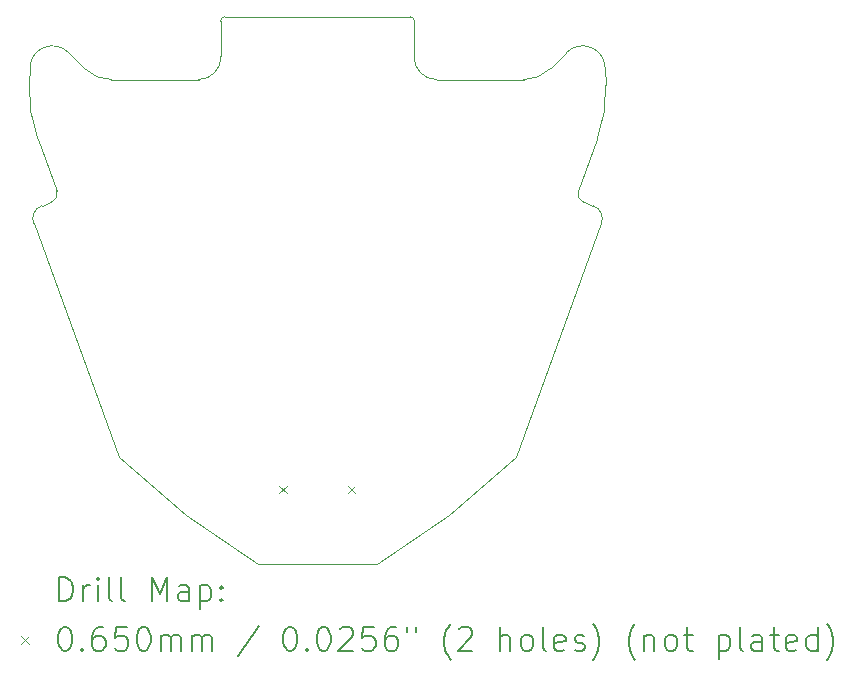
<source format=gbr>
%TF.GenerationSoftware,KiCad,Pcbnew,8.0.3*%
%TF.CreationDate,2024-07-12T18:14:54+02:00*%
%TF.ProjectId,Shard,53686172-642e-46b6-9963-61645f706362,rev?*%
%TF.SameCoordinates,Original*%
%TF.FileFunction,Drillmap*%
%TF.FilePolarity,Positive*%
%FSLAX45Y45*%
G04 Gerber Fmt 4.5, Leading zero omitted, Abs format (unit mm)*
G04 Created by KiCad (PCBNEW 8.0.3) date 2024-07-12 18:14:54*
%MOMM*%
%LPD*%
G01*
G04 APERTURE LIST*
%ADD10C,0.100000*%
%ADD11C,0.200000*%
G04 APERTURE END LIST*
D10*
X12288599Y-7847610D02*
G75*
G02*
X12612846Y-7720679I189861J-7390D01*
G01*
X15839833Y-11636801D02*
X16406617Y-11145588D01*
X17059001Y-9019927D02*
X16976746Y-8989987D01*
X13904953Y-7755227D02*
G75*
G02*
X13715905Y-7950803I-189923J-5573D01*
G01*
X15504953Y-7418801D02*
X14722708Y-7418801D01*
X17162629Y-7996983D02*
G75*
G02*
X17091343Y-8452911I-1196079J-46527D01*
G01*
X15991833Y-7950801D02*
X15730383Y-7950801D01*
X15542948Y-7457426D02*
X15542950Y-7457426D01*
X12976693Y-7950801D02*
X13453584Y-7950801D01*
X16931539Y-8891963D02*
X17091344Y-8452911D01*
X13038800Y-11145588D02*
X12353214Y-9261990D01*
X12354075Y-8452918D02*
G75*
G02*
X12282847Y-7995425I1124885J409428D01*
G01*
X12747663Y-7855565D02*
X12612847Y-7720678D01*
X13453584Y-7950801D02*
X13715905Y-7950801D01*
X17162629Y-7996983D02*
X17156818Y-7847601D01*
X14094953Y-7418801D02*
X14729429Y-7418801D01*
X16468726Y-7950801D02*
X15991833Y-7950801D01*
X17059001Y-9019927D02*
G75*
G02*
X17127121Y-9166037I-38991J-107114D01*
G01*
X16406617Y-11145588D02*
X17092203Y-9261990D01*
X13605584Y-11636801D02*
X13038800Y-11145588D01*
X12353214Y-9261990D02*
X12318292Y-9166045D01*
X12976693Y-7950801D02*
G75*
G02*
X12747663Y-7855565I-3J323002D01*
G01*
X14220000Y-12050000D02*
X13605584Y-11636801D01*
X12318292Y-9166045D02*
G75*
G02*
X12386878Y-9019758I107128J38995D01*
G01*
X13904953Y-7755227D02*
X13904953Y-7608801D01*
X16976746Y-8989987D02*
G75*
G02*
X16931535Y-8891962I25995J71427D01*
G01*
X14094953Y-7418801D02*
X13940201Y-7418801D01*
X12514102Y-8892580D02*
X12354075Y-8452918D01*
X12386878Y-9019758D02*
X12468678Y-8989985D01*
X12282848Y-7995425D02*
X12288599Y-7847610D01*
X16832579Y-7720668D02*
G75*
G02*
X17156811Y-7847602I134381J-134312D01*
G01*
X15542950Y-7457426D02*
X15540464Y-7608801D01*
X15225417Y-12050000D02*
X15839833Y-11636801D01*
X15504953Y-7418801D02*
G75*
G02*
X15542943Y-7457425I-3J-37999D01*
G01*
X15540464Y-7755268D02*
X15540464Y-7608801D01*
X15730383Y-7950801D02*
G75*
G02*
X15540459Y-7755268I-3J190002D01*
G01*
X12514102Y-8892580D02*
G75*
G02*
X12468677Y-8989983I-71413J-25990D01*
G01*
X13902467Y-7457426D02*
X13904953Y-7608801D01*
X14220000Y-12050000D02*
X15225417Y-12050000D01*
X16697180Y-7856139D02*
G75*
G02*
X16468726Y-7950798I-228450J228339D01*
G01*
X14729429Y-7418801D02*
X14722708Y-7418801D01*
X13902467Y-7457426D02*
G75*
G02*
X13940201Y-7418803I37993J626D01*
G01*
X16697180Y-7856139D02*
X16832579Y-7720668D01*
X17092203Y-9261990D02*
X17127127Y-9166039D01*
D11*
D10*
X14399500Y-11390000D02*
X14464500Y-11455000D01*
X14464500Y-11390000D02*
X14399500Y-11455000D01*
X14977500Y-11390000D02*
X15042500Y-11455000D01*
X15042500Y-11390000D02*
X14977500Y-11455000D01*
D11*
X12537658Y-12366484D02*
X12537658Y-12166484D01*
X12537658Y-12166484D02*
X12585277Y-12166484D01*
X12585277Y-12166484D02*
X12613849Y-12176008D01*
X12613849Y-12176008D02*
X12632896Y-12195055D01*
X12632896Y-12195055D02*
X12642420Y-12214103D01*
X12642420Y-12214103D02*
X12651944Y-12252198D01*
X12651944Y-12252198D02*
X12651944Y-12280769D01*
X12651944Y-12280769D02*
X12642420Y-12318865D01*
X12642420Y-12318865D02*
X12632896Y-12337912D01*
X12632896Y-12337912D02*
X12613849Y-12356960D01*
X12613849Y-12356960D02*
X12585277Y-12366484D01*
X12585277Y-12366484D02*
X12537658Y-12366484D01*
X12737658Y-12366484D02*
X12737658Y-12233150D01*
X12737658Y-12271246D02*
X12747182Y-12252198D01*
X12747182Y-12252198D02*
X12756706Y-12242674D01*
X12756706Y-12242674D02*
X12775753Y-12233150D01*
X12775753Y-12233150D02*
X12794801Y-12233150D01*
X12861468Y-12366484D02*
X12861468Y-12233150D01*
X12861468Y-12166484D02*
X12851944Y-12176008D01*
X12851944Y-12176008D02*
X12861468Y-12185531D01*
X12861468Y-12185531D02*
X12870991Y-12176008D01*
X12870991Y-12176008D02*
X12861468Y-12166484D01*
X12861468Y-12166484D02*
X12861468Y-12185531D01*
X12985277Y-12366484D02*
X12966229Y-12356960D01*
X12966229Y-12356960D02*
X12956706Y-12337912D01*
X12956706Y-12337912D02*
X12956706Y-12166484D01*
X13090039Y-12366484D02*
X13070991Y-12356960D01*
X13070991Y-12356960D02*
X13061468Y-12337912D01*
X13061468Y-12337912D02*
X13061468Y-12166484D01*
X13318610Y-12366484D02*
X13318610Y-12166484D01*
X13318610Y-12166484D02*
X13385277Y-12309341D01*
X13385277Y-12309341D02*
X13451944Y-12166484D01*
X13451944Y-12166484D02*
X13451944Y-12366484D01*
X13632896Y-12366484D02*
X13632896Y-12261722D01*
X13632896Y-12261722D02*
X13623372Y-12242674D01*
X13623372Y-12242674D02*
X13604325Y-12233150D01*
X13604325Y-12233150D02*
X13566229Y-12233150D01*
X13566229Y-12233150D02*
X13547182Y-12242674D01*
X13632896Y-12356960D02*
X13613849Y-12366484D01*
X13613849Y-12366484D02*
X13566229Y-12366484D01*
X13566229Y-12366484D02*
X13547182Y-12356960D01*
X13547182Y-12356960D02*
X13537658Y-12337912D01*
X13537658Y-12337912D02*
X13537658Y-12318865D01*
X13537658Y-12318865D02*
X13547182Y-12299817D01*
X13547182Y-12299817D02*
X13566229Y-12290293D01*
X13566229Y-12290293D02*
X13613849Y-12290293D01*
X13613849Y-12290293D02*
X13632896Y-12280769D01*
X13728134Y-12233150D02*
X13728134Y-12433150D01*
X13728134Y-12242674D02*
X13747182Y-12233150D01*
X13747182Y-12233150D02*
X13785277Y-12233150D01*
X13785277Y-12233150D02*
X13804325Y-12242674D01*
X13804325Y-12242674D02*
X13813849Y-12252198D01*
X13813849Y-12252198D02*
X13823372Y-12271246D01*
X13823372Y-12271246D02*
X13823372Y-12328388D01*
X13823372Y-12328388D02*
X13813849Y-12347436D01*
X13813849Y-12347436D02*
X13804325Y-12356960D01*
X13804325Y-12356960D02*
X13785277Y-12366484D01*
X13785277Y-12366484D02*
X13747182Y-12366484D01*
X13747182Y-12366484D02*
X13728134Y-12356960D01*
X13909087Y-12347436D02*
X13918610Y-12356960D01*
X13918610Y-12356960D02*
X13909087Y-12366484D01*
X13909087Y-12366484D02*
X13899563Y-12356960D01*
X13899563Y-12356960D02*
X13909087Y-12347436D01*
X13909087Y-12347436D02*
X13909087Y-12366484D01*
X13909087Y-12242674D02*
X13918610Y-12252198D01*
X13918610Y-12252198D02*
X13909087Y-12261722D01*
X13909087Y-12261722D02*
X13899563Y-12252198D01*
X13899563Y-12252198D02*
X13909087Y-12242674D01*
X13909087Y-12242674D02*
X13909087Y-12261722D01*
D10*
X12211881Y-12662500D02*
X12276881Y-12727500D01*
X12276881Y-12662500D02*
X12211881Y-12727500D01*
D11*
X12575753Y-12586484D02*
X12594801Y-12586484D01*
X12594801Y-12586484D02*
X12613849Y-12596008D01*
X12613849Y-12596008D02*
X12623372Y-12605531D01*
X12623372Y-12605531D02*
X12632896Y-12624579D01*
X12632896Y-12624579D02*
X12642420Y-12662674D01*
X12642420Y-12662674D02*
X12642420Y-12710293D01*
X12642420Y-12710293D02*
X12632896Y-12748388D01*
X12632896Y-12748388D02*
X12623372Y-12767436D01*
X12623372Y-12767436D02*
X12613849Y-12776960D01*
X12613849Y-12776960D02*
X12594801Y-12786484D01*
X12594801Y-12786484D02*
X12575753Y-12786484D01*
X12575753Y-12786484D02*
X12556706Y-12776960D01*
X12556706Y-12776960D02*
X12547182Y-12767436D01*
X12547182Y-12767436D02*
X12537658Y-12748388D01*
X12537658Y-12748388D02*
X12528134Y-12710293D01*
X12528134Y-12710293D02*
X12528134Y-12662674D01*
X12528134Y-12662674D02*
X12537658Y-12624579D01*
X12537658Y-12624579D02*
X12547182Y-12605531D01*
X12547182Y-12605531D02*
X12556706Y-12596008D01*
X12556706Y-12596008D02*
X12575753Y-12586484D01*
X12728134Y-12767436D02*
X12737658Y-12776960D01*
X12737658Y-12776960D02*
X12728134Y-12786484D01*
X12728134Y-12786484D02*
X12718610Y-12776960D01*
X12718610Y-12776960D02*
X12728134Y-12767436D01*
X12728134Y-12767436D02*
X12728134Y-12786484D01*
X12909087Y-12586484D02*
X12870991Y-12586484D01*
X12870991Y-12586484D02*
X12851944Y-12596008D01*
X12851944Y-12596008D02*
X12842420Y-12605531D01*
X12842420Y-12605531D02*
X12823372Y-12634103D01*
X12823372Y-12634103D02*
X12813849Y-12672198D01*
X12813849Y-12672198D02*
X12813849Y-12748388D01*
X12813849Y-12748388D02*
X12823372Y-12767436D01*
X12823372Y-12767436D02*
X12832896Y-12776960D01*
X12832896Y-12776960D02*
X12851944Y-12786484D01*
X12851944Y-12786484D02*
X12890039Y-12786484D01*
X12890039Y-12786484D02*
X12909087Y-12776960D01*
X12909087Y-12776960D02*
X12918610Y-12767436D01*
X12918610Y-12767436D02*
X12928134Y-12748388D01*
X12928134Y-12748388D02*
X12928134Y-12700769D01*
X12928134Y-12700769D02*
X12918610Y-12681722D01*
X12918610Y-12681722D02*
X12909087Y-12672198D01*
X12909087Y-12672198D02*
X12890039Y-12662674D01*
X12890039Y-12662674D02*
X12851944Y-12662674D01*
X12851944Y-12662674D02*
X12832896Y-12672198D01*
X12832896Y-12672198D02*
X12823372Y-12681722D01*
X12823372Y-12681722D02*
X12813849Y-12700769D01*
X13109087Y-12586484D02*
X13013849Y-12586484D01*
X13013849Y-12586484D02*
X13004325Y-12681722D01*
X13004325Y-12681722D02*
X13013849Y-12672198D01*
X13013849Y-12672198D02*
X13032896Y-12662674D01*
X13032896Y-12662674D02*
X13080515Y-12662674D01*
X13080515Y-12662674D02*
X13099563Y-12672198D01*
X13099563Y-12672198D02*
X13109087Y-12681722D01*
X13109087Y-12681722D02*
X13118610Y-12700769D01*
X13118610Y-12700769D02*
X13118610Y-12748388D01*
X13118610Y-12748388D02*
X13109087Y-12767436D01*
X13109087Y-12767436D02*
X13099563Y-12776960D01*
X13099563Y-12776960D02*
X13080515Y-12786484D01*
X13080515Y-12786484D02*
X13032896Y-12786484D01*
X13032896Y-12786484D02*
X13013849Y-12776960D01*
X13013849Y-12776960D02*
X13004325Y-12767436D01*
X13242420Y-12586484D02*
X13261468Y-12586484D01*
X13261468Y-12586484D02*
X13280515Y-12596008D01*
X13280515Y-12596008D02*
X13290039Y-12605531D01*
X13290039Y-12605531D02*
X13299563Y-12624579D01*
X13299563Y-12624579D02*
X13309087Y-12662674D01*
X13309087Y-12662674D02*
X13309087Y-12710293D01*
X13309087Y-12710293D02*
X13299563Y-12748388D01*
X13299563Y-12748388D02*
X13290039Y-12767436D01*
X13290039Y-12767436D02*
X13280515Y-12776960D01*
X13280515Y-12776960D02*
X13261468Y-12786484D01*
X13261468Y-12786484D02*
X13242420Y-12786484D01*
X13242420Y-12786484D02*
X13223372Y-12776960D01*
X13223372Y-12776960D02*
X13213849Y-12767436D01*
X13213849Y-12767436D02*
X13204325Y-12748388D01*
X13204325Y-12748388D02*
X13194801Y-12710293D01*
X13194801Y-12710293D02*
X13194801Y-12662674D01*
X13194801Y-12662674D02*
X13204325Y-12624579D01*
X13204325Y-12624579D02*
X13213849Y-12605531D01*
X13213849Y-12605531D02*
X13223372Y-12596008D01*
X13223372Y-12596008D02*
X13242420Y-12586484D01*
X13394801Y-12786484D02*
X13394801Y-12653150D01*
X13394801Y-12672198D02*
X13404325Y-12662674D01*
X13404325Y-12662674D02*
X13423372Y-12653150D01*
X13423372Y-12653150D02*
X13451944Y-12653150D01*
X13451944Y-12653150D02*
X13470991Y-12662674D01*
X13470991Y-12662674D02*
X13480515Y-12681722D01*
X13480515Y-12681722D02*
X13480515Y-12786484D01*
X13480515Y-12681722D02*
X13490039Y-12662674D01*
X13490039Y-12662674D02*
X13509087Y-12653150D01*
X13509087Y-12653150D02*
X13537658Y-12653150D01*
X13537658Y-12653150D02*
X13556706Y-12662674D01*
X13556706Y-12662674D02*
X13566230Y-12681722D01*
X13566230Y-12681722D02*
X13566230Y-12786484D01*
X13661468Y-12786484D02*
X13661468Y-12653150D01*
X13661468Y-12672198D02*
X13670991Y-12662674D01*
X13670991Y-12662674D02*
X13690039Y-12653150D01*
X13690039Y-12653150D02*
X13718611Y-12653150D01*
X13718611Y-12653150D02*
X13737658Y-12662674D01*
X13737658Y-12662674D02*
X13747182Y-12681722D01*
X13747182Y-12681722D02*
X13747182Y-12786484D01*
X13747182Y-12681722D02*
X13756706Y-12662674D01*
X13756706Y-12662674D02*
X13775753Y-12653150D01*
X13775753Y-12653150D02*
X13804325Y-12653150D01*
X13804325Y-12653150D02*
X13823372Y-12662674D01*
X13823372Y-12662674D02*
X13832896Y-12681722D01*
X13832896Y-12681722D02*
X13832896Y-12786484D01*
X14223372Y-12576960D02*
X14051944Y-12834103D01*
X14480515Y-12586484D02*
X14499563Y-12586484D01*
X14499563Y-12586484D02*
X14518611Y-12596008D01*
X14518611Y-12596008D02*
X14528134Y-12605531D01*
X14528134Y-12605531D02*
X14537658Y-12624579D01*
X14537658Y-12624579D02*
X14547182Y-12662674D01*
X14547182Y-12662674D02*
X14547182Y-12710293D01*
X14547182Y-12710293D02*
X14537658Y-12748388D01*
X14537658Y-12748388D02*
X14528134Y-12767436D01*
X14528134Y-12767436D02*
X14518611Y-12776960D01*
X14518611Y-12776960D02*
X14499563Y-12786484D01*
X14499563Y-12786484D02*
X14480515Y-12786484D01*
X14480515Y-12786484D02*
X14461468Y-12776960D01*
X14461468Y-12776960D02*
X14451944Y-12767436D01*
X14451944Y-12767436D02*
X14442420Y-12748388D01*
X14442420Y-12748388D02*
X14432896Y-12710293D01*
X14432896Y-12710293D02*
X14432896Y-12662674D01*
X14432896Y-12662674D02*
X14442420Y-12624579D01*
X14442420Y-12624579D02*
X14451944Y-12605531D01*
X14451944Y-12605531D02*
X14461468Y-12596008D01*
X14461468Y-12596008D02*
X14480515Y-12586484D01*
X14632896Y-12767436D02*
X14642420Y-12776960D01*
X14642420Y-12776960D02*
X14632896Y-12786484D01*
X14632896Y-12786484D02*
X14623373Y-12776960D01*
X14623373Y-12776960D02*
X14632896Y-12767436D01*
X14632896Y-12767436D02*
X14632896Y-12786484D01*
X14766230Y-12586484D02*
X14785277Y-12586484D01*
X14785277Y-12586484D02*
X14804325Y-12596008D01*
X14804325Y-12596008D02*
X14813849Y-12605531D01*
X14813849Y-12605531D02*
X14823373Y-12624579D01*
X14823373Y-12624579D02*
X14832896Y-12662674D01*
X14832896Y-12662674D02*
X14832896Y-12710293D01*
X14832896Y-12710293D02*
X14823373Y-12748388D01*
X14823373Y-12748388D02*
X14813849Y-12767436D01*
X14813849Y-12767436D02*
X14804325Y-12776960D01*
X14804325Y-12776960D02*
X14785277Y-12786484D01*
X14785277Y-12786484D02*
X14766230Y-12786484D01*
X14766230Y-12786484D02*
X14747182Y-12776960D01*
X14747182Y-12776960D02*
X14737658Y-12767436D01*
X14737658Y-12767436D02*
X14728134Y-12748388D01*
X14728134Y-12748388D02*
X14718611Y-12710293D01*
X14718611Y-12710293D02*
X14718611Y-12662674D01*
X14718611Y-12662674D02*
X14728134Y-12624579D01*
X14728134Y-12624579D02*
X14737658Y-12605531D01*
X14737658Y-12605531D02*
X14747182Y-12596008D01*
X14747182Y-12596008D02*
X14766230Y-12586484D01*
X14909087Y-12605531D02*
X14918611Y-12596008D01*
X14918611Y-12596008D02*
X14937658Y-12586484D01*
X14937658Y-12586484D02*
X14985277Y-12586484D01*
X14985277Y-12586484D02*
X15004325Y-12596008D01*
X15004325Y-12596008D02*
X15013849Y-12605531D01*
X15013849Y-12605531D02*
X15023373Y-12624579D01*
X15023373Y-12624579D02*
X15023373Y-12643627D01*
X15023373Y-12643627D02*
X15013849Y-12672198D01*
X15013849Y-12672198D02*
X14899563Y-12786484D01*
X14899563Y-12786484D02*
X15023373Y-12786484D01*
X15204325Y-12586484D02*
X15109087Y-12586484D01*
X15109087Y-12586484D02*
X15099563Y-12681722D01*
X15099563Y-12681722D02*
X15109087Y-12672198D01*
X15109087Y-12672198D02*
X15128134Y-12662674D01*
X15128134Y-12662674D02*
X15175754Y-12662674D01*
X15175754Y-12662674D02*
X15194801Y-12672198D01*
X15194801Y-12672198D02*
X15204325Y-12681722D01*
X15204325Y-12681722D02*
X15213849Y-12700769D01*
X15213849Y-12700769D02*
X15213849Y-12748388D01*
X15213849Y-12748388D02*
X15204325Y-12767436D01*
X15204325Y-12767436D02*
X15194801Y-12776960D01*
X15194801Y-12776960D02*
X15175754Y-12786484D01*
X15175754Y-12786484D02*
X15128134Y-12786484D01*
X15128134Y-12786484D02*
X15109087Y-12776960D01*
X15109087Y-12776960D02*
X15099563Y-12767436D01*
X15385277Y-12586484D02*
X15347182Y-12586484D01*
X15347182Y-12586484D02*
X15328134Y-12596008D01*
X15328134Y-12596008D02*
X15318611Y-12605531D01*
X15318611Y-12605531D02*
X15299563Y-12634103D01*
X15299563Y-12634103D02*
X15290039Y-12672198D01*
X15290039Y-12672198D02*
X15290039Y-12748388D01*
X15290039Y-12748388D02*
X15299563Y-12767436D01*
X15299563Y-12767436D02*
X15309087Y-12776960D01*
X15309087Y-12776960D02*
X15328134Y-12786484D01*
X15328134Y-12786484D02*
X15366230Y-12786484D01*
X15366230Y-12786484D02*
X15385277Y-12776960D01*
X15385277Y-12776960D02*
X15394801Y-12767436D01*
X15394801Y-12767436D02*
X15404325Y-12748388D01*
X15404325Y-12748388D02*
X15404325Y-12700769D01*
X15404325Y-12700769D02*
X15394801Y-12681722D01*
X15394801Y-12681722D02*
X15385277Y-12672198D01*
X15385277Y-12672198D02*
X15366230Y-12662674D01*
X15366230Y-12662674D02*
X15328134Y-12662674D01*
X15328134Y-12662674D02*
X15309087Y-12672198D01*
X15309087Y-12672198D02*
X15299563Y-12681722D01*
X15299563Y-12681722D02*
X15290039Y-12700769D01*
X15480515Y-12586484D02*
X15480515Y-12624579D01*
X15556706Y-12586484D02*
X15556706Y-12624579D01*
X15851944Y-12862674D02*
X15842420Y-12853150D01*
X15842420Y-12853150D02*
X15823373Y-12824579D01*
X15823373Y-12824579D02*
X15813849Y-12805531D01*
X15813849Y-12805531D02*
X15804325Y-12776960D01*
X15804325Y-12776960D02*
X15794801Y-12729341D01*
X15794801Y-12729341D02*
X15794801Y-12691246D01*
X15794801Y-12691246D02*
X15804325Y-12643627D01*
X15804325Y-12643627D02*
X15813849Y-12615055D01*
X15813849Y-12615055D02*
X15823373Y-12596008D01*
X15823373Y-12596008D02*
X15842420Y-12567436D01*
X15842420Y-12567436D02*
X15851944Y-12557912D01*
X15918611Y-12605531D02*
X15928135Y-12596008D01*
X15928135Y-12596008D02*
X15947182Y-12586484D01*
X15947182Y-12586484D02*
X15994801Y-12586484D01*
X15994801Y-12586484D02*
X16013849Y-12596008D01*
X16013849Y-12596008D02*
X16023373Y-12605531D01*
X16023373Y-12605531D02*
X16032896Y-12624579D01*
X16032896Y-12624579D02*
X16032896Y-12643627D01*
X16032896Y-12643627D02*
X16023373Y-12672198D01*
X16023373Y-12672198D02*
X15909087Y-12786484D01*
X15909087Y-12786484D02*
X16032896Y-12786484D01*
X16270992Y-12786484D02*
X16270992Y-12586484D01*
X16356706Y-12786484D02*
X16356706Y-12681722D01*
X16356706Y-12681722D02*
X16347182Y-12662674D01*
X16347182Y-12662674D02*
X16328135Y-12653150D01*
X16328135Y-12653150D02*
X16299563Y-12653150D01*
X16299563Y-12653150D02*
X16280516Y-12662674D01*
X16280516Y-12662674D02*
X16270992Y-12672198D01*
X16480516Y-12786484D02*
X16461468Y-12776960D01*
X16461468Y-12776960D02*
X16451944Y-12767436D01*
X16451944Y-12767436D02*
X16442420Y-12748388D01*
X16442420Y-12748388D02*
X16442420Y-12691246D01*
X16442420Y-12691246D02*
X16451944Y-12672198D01*
X16451944Y-12672198D02*
X16461468Y-12662674D01*
X16461468Y-12662674D02*
X16480516Y-12653150D01*
X16480516Y-12653150D02*
X16509087Y-12653150D01*
X16509087Y-12653150D02*
X16528135Y-12662674D01*
X16528135Y-12662674D02*
X16537658Y-12672198D01*
X16537658Y-12672198D02*
X16547182Y-12691246D01*
X16547182Y-12691246D02*
X16547182Y-12748388D01*
X16547182Y-12748388D02*
X16537658Y-12767436D01*
X16537658Y-12767436D02*
X16528135Y-12776960D01*
X16528135Y-12776960D02*
X16509087Y-12786484D01*
X16509087Y-12786484D02*
X16480516Y-12786484D01*
X16661468Y-12786484D02*
X16642420Y-12776960D01*
X16642420Y-12776960D02*
X16632897Y-12757912D01*
X16632897Y-12757912D02*
X16632897Y-12586484D01*
X16813849Y-12776960D02*
X16794801Y-12786484D01*
X16794801Y-12786484D02*
X16756706Y-12786484D01*
X16756706Y-12786484D02*
X16737658Y-12776960D01*
X16737658Y-12776960D02*
X16728135Y-12757912D01*
X16728135Y-12757912D02*
X16728135Y-12681722D01*
X16728135Y-12681722D02*
X16737658Y-12662674D01*
X16737658Y-12662674D02*
X16756706Y-12653150D01*
X16756706Y-12653150D02*
X16794801Y-12653150D01*
X16794801Y-12653150D02*
X16813849Y-12662674D01*
X16813849Y-12662674D02*
X16823373Y-12681722D01*
X16823373Y-12681722D02*
X16823373Y-12700769D01*
X16823373Y-12700769D02*
X16728135Y-12719817D01*
X16899563Y-12776960D02*
X16918611Y-12786484D01*
X16918611Y-12786484D02*
X16956706Y-12786484D01*
X16956706Y-12786484D02*
X16975754Y-12776960D01*
X16975754Y-12776960D02*
X16985278Y-12757912D01*
X16985278Y-12757912D02*
X16985278Y-12748388D01*
X16985278Y-12748388D02*
X16975754Y-12729341D01*
X16975754Y-12729341D02*
X16956706Y-12719817D01*
X16956706Y-12719817D02*
X16928135Y-12719817D01*
X16928135Y-12719817D02*
X16909087Y-12710293D01*
X16909087Y-12710293D02*
X16899563Y-12691246D01*
X16899563Y-12691246D02*
X16899563Y-12681722D01*
X16899563Y-12681722D02*
X16909087Y-12662674D01*
X16909087Y-12662674D02*
X16928135Y-12653150D01*
X16928135Y-12653150D02*
X16956706Y-12653150D01*
X16956706Y-12653150D02*
X16975754Y-12662674D01*
X17051944Y-12862674D02*
X17061468Y-12853150D01*
X17061468Y-12853150D02*
X17080516Y-12824579D01*
X17080516Y-12824579D02*
X17090040Y-12805531D01*
X17090040Y-12805531D02*
X17099563Y-12776960D01*
X17099563Y-12776960D02*
X17109087Y-12729341D01*
X17109087Y-12729341D02*
X17109087Y-12691246D01*
X17109087Y-12691246D02*
X17099563Y-12643627D01*
X17099563Y-12643627D02*
X17090040Y-12615055D01*
X17090040Y-12615055D02*
X17080516Y-12596008D01*
X17080516Y-12596008D02*
X17061468Y-12567436D01*
X17061468Y-12567436D02*
X17051944Y-12557912D01*
X17413849Y-12862674D02*
X17404325Y-12853150D01*
X17404325Y-12853150D02*
X17385278Y-12824579D01*
X17385278Y-12824579D02*
X17375754Y-12805531D01*
X17375754Y-12805531D02*
X17366230Y-12776960D01*
X17366230Y-12776960D02*
X17356706Y-12729341D01*
X17356706Y-12729341D02*
X17356706Y-12691246D01*
X17356706Y-12691246D02*
X17366230Y-12643627D01*
X17366230Y-12643627D02*
X17375754Y-12615055D01*
X17375754Y-12615055D02*
X17385278Y-12596008D01*
X17385278Y-12596008D02*
X17404325Y-12567436D01*
X17404325Y-12567436D02*
X17413849Y-12557912D01*
X17490040Y-12653150D02*
X17490040Y-12786484D01*
X17490040Y-12672198D02*
X17499563Y-12662674D01*
X17499563Y-12662674D02*
X17518611Y-12653150D01*
X17518611Y-12653150D02*
X17547182Y-12653150D01*
X17547182Y-12653150D02*
X17566230Y-12662674D01*
X17566230Y-12662674D02*
X17575754Y-12681722D01*
X17575754Y-12681722D02*
X17575754Y-12786484D01*
X17699563Y-12786484D02*
X17680516Y-12776960D01*
X17680516Y-12776960D02*
X17670992Y-12767436D01*
X17670992Y-12767436D02*
X17661468Y-12748388D01*
X17661468Y-12748388D02*
X17661468Y-12691246D01*
X17661468Y-12691246D02*
X17670992Y-12672198D01*
X17670992Y-12672198D02*
X17680516Y-12662674D01*
X17680516Y-12662674D02*
X17699563Y-12653150D01*
X17699563Y-12653150D02*
X17728135Y-12653150D01*
X17728135Y-12653150D02*
X17747182Y-12662674D01*
X17747182Y-12662674D02*
X17756706Y-12672198D01*
X17756706Y-12672198D02*
X17766230Y-12691246D01*
X17766230Y-12691246D02*
X17766230Y-12748388D01*
X17766230Y-12748388D02*
X17756706Y-12767436D01*
X17756706Y-12767436D02*
X17747182Y-12776960D01*
X17747182Y-12776960D02*
X17728135Y-12786484D01*
X17728135Y-12786484D02*
X17699563Y-12786484D01*
X17823373Y-12653150D02*
X17899563Y-12653150D01*
X17851944Y-12586484D02*
X17851944Y-12757912D01*
X17851944Y-12757912D02*
X17861468Y-12776960D01*
X17861468Y-12776960D02*
X17880516Y-12786484D01*
X17880516Y-12786484D02*
X17899563Y-12786484D01*
X18118611Y-12653150D02*
X18118611Y-12853150D01*
X18118611Y-12662674D02*
X18137659Y-12653150D01*
X18137659Y-12653150D02*
X18175754Y-12653150D01*
X18175754Y-12653150D02*
X18194802Y-12662674D01*
X18194802Y-12662674D02*
X18204325Y-12672198D01*
X18204325Y-12672198D02*
X18213849Y-12691246D01*
X18213849Y-12691246D02*
X18213849Y-12748388D01*
X18213849Y-12748388D02*
X18204325Y-12767436D01*
X18204325Y-12767436D02*
X18194802Y-12776960D01*
X18194802Y-12776960D02*
X18175754Y-12786484D01*
X18175754Y-12786484D02*
X18137659Y-12786484D01*
X18137659Y-12786484D02*
X18118611Y-12776960D01*
X18328135Y-12786484D02*
X18309087Y-12776960D01*
X18309087Y-12776960D02*
X18299563Y-12757912D01*
X18299563Y-12757912D02*
X18299563Y-12586484D01*
X18490040Y-12786484D02*
X18490040Y-12681722D01*
X18490040Y-12681722D02*
X18480516Y-12662674D01*
X18480516Y-12662674D02*
X18461468Y-12653150D01*
X18461468Y-12653150D02*
X18423373Y-12653150D01*
X18423373Y-12653150D02*
X18404325Y-12662674D01*
X18490040Y-12776960D02*
X18470992Y-12786484D01*
X18470992Y-12786484D02*
X18423373Y-12786484D01*
X18423373Y-12786484D02*
X18404325Y-12776960D01*
X18404325Y-12776960D02*
X18394802Y-12757912D01*
X18394802Y-12757912D02*
X18394802Y-12738865D01*
X18394802Y-12738865D02*
X18404325Y-12719817D01*
X18404325Y-12719817D02*
X18423373Y-12710293D01*
X18423373Y-12710293D02*
X18470992Y-12710293D01*
X18470992Y-12710293D02*
X18490040Y-12700769D01*
X18556706Y-12653150D02*
X18632897Y-12653150D01*
X18585278Y-12586484D02*
X18585278Y-12757912D01*
X18585278Y-12757912D02*
X18594802Y-12776960D01*
X18594802Y-12776960D02*
X18613849Y-12786484D01*
X18613849Y-12786484D02*
X18632897Y-12786484D01*
X18775754Y-12776960D02*
X18756706Y-12786484D01*
X18756706Y-12786484D02*
X18718611Y-12786484D01*
X18718611Y-12786484D02*
X18699563Y-12776960D01*
X18699563Y-12776960D02*
X18690040Y-12757912D01*
X18690040Y-12757912D02*
X18690040Y-12681722D01*
X18690040Y-12681722D02*
X18699563Y-12662674D01*
X18699563Y-12662674D02*
X18718611Y-12653150D01*
X18718611Y-12653150D02*
X18756706Y-12653150D01*
X18756706Y-12653150D02*
X18775754Y-12662674D01*
X18775754Y-12662674D02*
X18785278Y-12681722D01*
X18785278Y-12681722D02*
X18785278Y-12700769D01*
X18785278Y-12700769D02*
X18690040Y-12719817D01*
X18956706Y-12786484D02*
X18956706Y-12586484D01*
X18956706Y-12776960D02*
X18937659Y-12786484D01*
X18937659Y-12786484D02*
X18899563Y-12786484D01*
X18899563Y-12786484D02*
X18880516Y-12776960D01*
X18880516Y-12776960D02*
X18870992Y-12767436D01*
X18870992Y-12767436D02*
X18861468Y-12748388D01*
X18861468Y-12748388D02*
X18861468Y-12691246D01*
X18861468Y-12691246D02*
X18870992Y-12672198D01*
X18870992Y-12672198D02*
X18880516Y-12662674D01*
X18880516Y-12662674D02*
X18899563Y-12653150D01*
X18899563Y-12653150D02*
X18937659Y-12653150D01*
X18937659Y-12653150D02*
X18956706Y-12662674D01*
X19032897Y-12862674D02*
X19042421Y-12853150D01*
X19042421Y-12853150D02*
X19061468Y-12824579D01*
X19061468Y-12824579D02*
X19070992Y-12805531D01*
X19070992Y-12805531D02*
X19080516Y-12776960D01*
X19080516Y-12776960D02*
X19090040Y-12729341D01*
X19090040Y-12729341D02*
X19090040Y-12691246D01*
X19090040Y-12691246D02*
X19080516Y-12643627D01*
X19080516Y-12643627D02*
X19070992Y-12615055D01*
X19070992Y-12615055D02*
X19061468Y-12596008D01*
X19061468Y-12596008D02*
X19042421Y-12567436D01*
X19042421Y-12567436D02*
X19032897Y-12557912D01*
M02*

</source>
